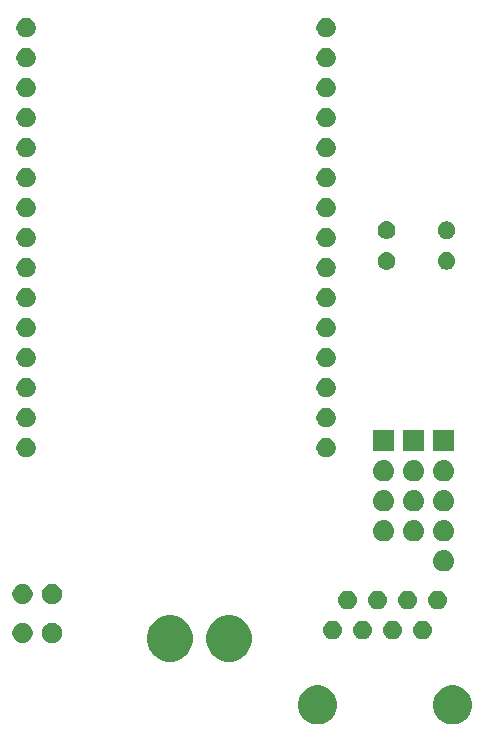
<source format=gbr>
G04 #@! TF.GenerationSoftware,KiCad,Pcbnew,5.0.2-bee76a0~70~ubuntu18.04.1*
G04 #@! TF.CreationDate,2019-09-06T11:31:54+02:00*
G04 #@! TF.ProjectId,respira_fiware,72657370-6972-4615-9f66-69776172652e,1.0*
G04 #@! TF.SameCoordinates,Original*
G04 #@! TF.FileFunction,Soldermask,Bot*
G04 #@! TF.FilePolarity,Negative*
%FSLAX46Y46*%
G04 Gerber Fmt 4.6, Leading zero omitted, Abs format (unit mm)*
G04 Created by KiCad (PCBNEW 5.0.2-bee76a0~70~ubuntu18.04.1) date vie 06 sep 2019 11:31:54 CEST*
%MOMM*%
%LPD*%
G01*
G04 APERTURE LIST*
%ADD10C,0.150000*%
G04 APERTURE END LIST*
D10*
G36*
X109095975Y-113414438D02*
X109396061Y-113538738D01*
X109666131Y-113719193D01*
X109895807Y-113948869D01*
X110076262Y-114218939D01*
X110200562Y-114519025D01*
X110263930Y-114837595D01*
X110263930Y-115162405D01*
X110200562Y-115480975D01*
X110076262Y-115781061D01*
X109895807Y-116051131D01*
X109666131Y-116280807D01*
X109396061Y-116461262D01*
X109095975Y-116585562D01*
X108777405Y-116648930D01*
X108452595Y-116648930D01*
X108134025Y-116585562D01*
X107833939Y-116461262D01*
X107563869Y-116280807D01*
X107334193Y-116051131D01*
X107153738Y-115781061D01*
X107029438Y-115480975D01*
X106966070Y-115162405D01*
X106966070Y-114837595D01*
X107029438Y-114519025D01*
X107153738Y-114218939D01*
X107334193Y-113948869D01*
X107563869Y-113719193D01*
X107833939Y-113538738D01*
X108134025Y-113414438D01*
X108452595Y-113351070D01*
X108777405Y-113351070D01*
X109095975Y-113414438D01*
X109095975Y-113414438D01*
G37*
G36*
X97665975Y-113414438D02*
X97966061Y-113538738D01*
X98236131Y-113719193D01*
X98465807Y-113948869D01*
X98646262Y-114218939D01*
X98770562Y-114519025D01*
X98833930Y-114837595D01*
X98833930Y-115162405D01*
X98770562Y-115480975D01*
X98646262Y-115781061D01*
X98465807Y-116051131D01*
X98236131Y-116280807D01*
X97966061Y-116461262D01*
X97665975Y-116585562D01*
X97347405Y-116648930D01*
X97022595Y-116648930D01*
X96704025Y-116585562D01*
X96403939Y-116461262D01*
X96133869Y-116280807D01*
X95904193Y-116051131D01*
X95723738Y-115781061D01*
X95599438Y-115480975D01*
X95536070Y-115162405D01*
X95536070Y-114837595D01*
X95599438Y-114519025D01*
X95723738Y-114218939D01*
X95904193Y-113948869D01*
X96133869Y-113719193D01*
X96403939Y-113538738D01*
X96704025Y-113414438D01*
X97022595Y-113351070D01*
X97347405Y-113351070D01*
X97665975Y-113414438D01*
X97665975Y-113414438D01*
G37*
G36*
X90254372Y-107494730D02*
X90610160Y-107642102D01*
X90930360Y-107856053D01*
X91202667Y-108128360D01*
X91416618Y-108448560D01*
X91563990Y-108804348D01*
X91639120Y-109182049D01*
X91639120Y-109567151D01*
X91563990Y-109944852D01*
X91416618Y-110300640D01*
X91202667Y-110620840D01*
X90930360Y-110893147D01*
X90610160Y-111107098D01*
X90254372Y-111254470D01*
X89876671Y-111329600D01*
X89491569Y-111329600D01*
X89113868Y-111254470D01*
X88758080Y-111107098D01*
X88437880Y-110893147D01*
X88165573Y-110620840D01*
X87951622Y-110300640D01*
X87804250Y-109944852D01*
X87729120Y-109567151D01*
X87729120Y-109182049D01*
X87804250Y-108804348D01*
X87951622Y-108448560D01*
X88165573Y-108128360D01*
X88437880Y-107856053D01*
X88758080Y-107642102D01*
X89113868Y-107494730D01*
X89491569Y-107419600D01*
X89876671Y-107419600D01*
X90254372Y-107494730D01*
X90254372Y-107494730D01*
G37*
G36*
X85253112Y-107494730D02*
X85608900Y-107642102D01*
X85929100Y-107856053D01*
X86201407Y-108128360D01*
X86415358Y-108448560D01*
X86562730Y-108804348D01*
X86637860Y-109182049D01*
X86637860Y-109567151D01*
X86562730Y-109944852D01*
X86415358Y-110300640D01*
X86201407Y-110620840D01*
X85929100Y-110893147D01*
X85608900Y-111107098D01*
X85253112Y-111254470D01*
X84875411Y-111329600D01*
X84490309Y-111329600D01*
X84112608Y-111254470D01*
X83756820Y-111107098D01*
X83436620Y-110893147D01*
X83164313Y-110620840D01*
X82950362Y-110300640D01*
X82802990Y-109944852D01*
X82727860Y-109567151D01*
X82727860Y-109182049D01*
X82802990Y-108804348D01*
X82950362Y-108448560D01*
X83164313Y-108128360D01*
X83436620Y-107856053D01*
X83756820Y-107642102D01*
X84112608Y-107494730D01*
X84490309Y-107419600D01*
X84875411Y-107419600D01*
X85253112Y-107494730D01*
X85253112Y-107494730D01*
G37*
G36*
X72447936Y-108082665D02*
X72602626Y-108146740D01*
X72741844Y-108239762D01*
X72860238Y-108358156D01*
X72953260Y-108497374D01*
X73017335Y-108652064D01*
X73050000Y-108816282D01*
X73050000Y-108983718D01*
X73017335Y-109147936D01*
X72953260Y-109302626D01*
X72860238Y-109441844D01*
X72741844Y-109560238D01*
X72602626Y-109653260D01*
X72447936Y-109717335D01*
X72283718Y-109750000D01*
X72116282Y-109750000D01*
X71952064Y-109717335D01*
X71797374Y-109653260D01*
X71658156Y-109560238D01*
X71539762Y-109441844D01*
X71446740Y-109302626D01*
X71382665Y-109147936D01*
X71350000Y-108983718D01*
X71350000Y-108816282D01*
X71382665Y-108652064D01*
X71446740Y-108497374D01*
X71539762Y-108358156D01*
X71658156Y-108239762D01*
X71797374Y-108146740D01*
X71952064Y-108082665D01*
X72116282Y-108050000D01*
X72283718Y-108050000D01*
X72447936Y-108082665D01*
X72447936Y-108082665D01*
G37*
G36*
X74947936Y-108082665D02*
X75102626Y-108146740D01*
X75241844Y-108239762D01*
X75360238Y-108358156D01*
X75453260Y-108497374D01*
X75517335Y-108652064D01*
X75550000Y-108816282D01*
X75550000Y-108983718D01*
X75517335Y-109147936D01*
X75453260Y-109302626D01*
X75360238Y-109441844D01*
X75241844Y-109560238D01*
X75102626Y-109653260D01*
X74947936Y-109717335D01*
X74783718Y-109750000D01*
X74616282Y-109750000D01*
X74452064Y-109717335D01*
X74297374Y-109653260D01*
X74158156Y-109560238D01*
X74039762Y-109441844D01*
X73946740Y-109302626D01*
X73882665Y-109147936D01*
X73850000Y-108983718D01*
X73850000Y-108816282D01*
X73882665Y-108652064D01*
X73946740Y-108497374D01*
X74039762Y-108358156D01*
X74158156Y-108239762D01*
X74297374Y-108146740D01*
X74452064Y-108082665D01*
X74616282Y-108050000D01*
X74783718Y-108050000D01*
X74947936Y-108082665D01*
X74947936Y-108082665D01*
G37*
G36*
X103691441Y-107863517D02*
X103841870Y-107909149D01*
X103980507Y-107983252D01*
X104102023Y-108082977D01*
X104201748Y-108204493D01*
X104275851Y-108343130D01*
X104321483Y-108493559D01*
X104336891Y-108650000D01*
X104321483Y-108806441D01*
X104275851Y-108956870D01*
X104201748Y-109095507D01*
X104102023Y-109217023D01*
X103980507Y-109316748D01*
X103841870Y-109390851D01*
X103691441Y-109436483D01*
X103574202Y-109448030D01*
X103495798Y-109448030D01*
X103378559Y-109436483D01*
X103228130Y-109390851D01*
X103089493Y-109316748D01*
X102967977Y-109217023D01*
X102868252Y-109095507D01*
X102794149Y-108956870D01*
X102748517Y-108806441D01*
X102733109Y-108650000D01*
X102748517Y-108493559D01*
X102794149Y-108343130D01*
X102868252Y-108204493D01*
X102967977Y-108082977D01*
X103089493Y-107983252D01*
X103228130Y-107909149D01*
X103378559Y-107863517D01*
X103495798Y-107851970D01*
X103574202Y-107851970D01*
X103691441Y-107863517D01*
X103691441Y-107863517D01*
G37*
G36*
X98611441Y-107863517D02*
X98761870Y-107909149D01*
X98900507Y-107983252D01*
X99022023Y-108082977D01*
X99121748Y-108204493D01*
X99195851Y-108343130D01*
X99241483Y-108493559D01*
X99256891Y-108650000D01*
X99241483Y-108806441D01*
X99195851Y-108956870D01*
X99121748Y-109095507D01*
X99022023Y-109217023D01*
X98900507Y-109316748D01*
X98761870Y-109390851D01*
X98611441Y-109436483D01*
X98494202Y-109448030D01*
X98415798Y-109448030D01*
X98298559Y-109436483D01*
X98148130Y-109390851D01*
X98009493Y-109316748D01*
X97887977Y-109217023D01*
X97788252Y-109095507D01*
X97714149Y-108956870D01*
X97668517Y-108806441D01*
X97653109Y-108650000D01*
X97668517Y-108493559D01*
X97714149Y-108343130D01*
X97788252Y-108204493D01*
X97887977Y-108082977D01*
X98009493Y-107983252D01*
X98148130Y-107909149D01*
X98298559Y-107863517D01*
X98415798Y-107851970D01*
X98494202Y-107851970D01*
X98611441Y-107863517D01*
X98611441Y-107863517D01*
G37*
G36*
X101151441Y-107863517D02*
X101301870Y-107909149D01*
X101440507Y-107983252D01*
X101562023Y-108082977D01*
X101661748Y-108204493D01*
X101735851Y-108343130D01*
X101781483Y-108493559D01*
X101796891Y-108650000D01*
X101781483Y-108806441D01*
X101735851Y-108956870D01*
X101661748Y-109095507D01*
X101562023Y-109217023D01*
X101440507Y-109316748D01*
X101301870Y-109390851D01*
X101151441Y-109436483D01*
X101034202Y-109448030D01*
X100955798Y-109448030D01*
X100838559Y-109436483D01*
X100688130Y-109390851D01*
X100549493Y-109316748D01*
X100427977Y-109217023D01*
X100328252Y-109095507D01*
X100254149Y-108956870D01*
X100208517Y-108806441D01*
X100193109Y-108650000D01*
X100208517Y-108493559D01*
X100254149Y-108343130D01*
X100328252Y-108204493D01*
X100427977Y-108082977D01*
X100549493Y-107983252D01*
X100688130Y-107909149D01*
X100838559Y-107863517D01*
X100955798Y-107851970D01*
X101034202Y-107851970D01*
X101151441Y-107863517D01*
X101151441Y-107863517D01*
G37*
G36*
X106231441Y-107863517D02*
X106381870Y-107909149D01*
X106520507Y-107983252D01*
X106642023Y-108082977D01*
X106741748Y-108204493D01*
X106815851Y-108343130D01*
X106861483Y-108493559D01*
X106876891Y-108650000D01*
X106861483Y-108806441D01*
X106815851Y-108956870D01*
X106741748Y-109095507D01*
X106642023Y-109217023D01*
X106520507Y-109316748D01*
X106381870Y-109390851D01*
X106231441Y-109436483D01*
X106114202Y-109448030D01*
X106035798Y-109448030D01*
X105918559Y-109436483D01*
X105768130Y-109390851D01*
X105629493Y-109316748D01*
X105507977Y-109217023D01*
X105408252Y-109095507D01*
X105334149Y-108956870D01*
X105288517Y-108806441D01*
X105273109Y-108650000D01*
X105288517Y-108493559D01*
X105334149Y-108343130D01*
X105408252Y-108204493D01*
X105507977Y-108082977D01*
X105629493Y-107983252D01*
X105768130Y-107909149D01*
X105918559Y-107863517D01*
X106035798Y-107851970D01*
X106114202Y-107851970D01*
X106231441Y-107863517D01*
X106231441Y-107863517D01*
G37*
G36*
X99881441Y-105323517D02*
X100031870Y-105369149D01*
X100170507Y-105443252D01*
X100292023Y-105542977D01*
X100391748Y-105664493D01*
X100465851Y-105803130D01*
X100511483Y-105953559D01*
X100526891Y-106110000D01*
X100511483Y-106266441D01*
X100465851Y-106416870D01*
X100391748Y-106555507D01*
X100292023Y-106677023D01*
X100170507Y-106776748D01*
X100031870Y-106850851D01*
X99881441Y-106896483D01*
X99764202Y-106908030D01*
X99685798Y-106908030D01*
X99568559Y-106896483D01*
X99418130Y-106850851D01*
X99279493Y-106776748D01*
X99157977Y-106677023D01*
X99058252Y-106555507D01*
X98984149Y-106416870D01*
X98938517Y-106266441D01*
X98923109Y-106110000D01*
X98938517Y-105953559D01*
X98984149Y-105803130D01*
X99058252Y-105664493D01*
X99157977Y-105542977D01*
X99279493Y-105443252D01*
X99418130Y-105369149D01*
X99568559Y-105323517D01*
X99685798Y-105311970D01*
X99764202Y-105311970D01*
X99881441Y-105323517D01*
X99881441Y-105323517D01*
G37*
G36*
X107501441Y-105323517D02*
X107651870Y-105369149D01*
X107790507Y-105443252D01*
X107912023Y-105542977D01*
X108011748Y-105664493D01*
X108085851Y-105803130D01*
X108131483Y-105953559D01*
X108146891Y-106110000D01*
X108131483Y-106266441D01*
X108085851Y-106416870D01*
X108011748Y-106555507D01*
X107912023Y-106677023D01*
X107790507Y-106776748D01*
X107651870Y-106850851D01*
X107501441Y-106896483D01*
X107384202Y-106908030D01*
X107305798Y-106908030D01*
X107188559Y-106896483D01*
X107038130Y-106850851D01*
X106899493Y-106776748D01*
X106777977Y-106677023D01*
X106678252Y-106555507D01*
X106604149Y-106416870D01*
X106558517Y-106266441D01*
X106543109Y-106110000D01*
X106558517Y-105953559D01*
X106604149Y-105803130D01*
X106678252Y-105664493D01*
X106777977Y-105542977D01*
X106899493Y-105443252D01*
X107038130Y-105369149D01*
X107188559Y-105323517D01*
X107305798Y-105311970D01*
X107384202Y-105311970D01*
X107501441Y-105323517D01*
X107501441Y-105323517D01*
G37*
G36*
X104961441Y-105323517D02*
X105111870Y-105369149D01*
X105250507Y-105443252D01*
X105372023Y-105542977D01*
X105471748Y-105664493D01*
X105545851Y-105803130D01*
X105591483Y-105953559D01*
X105606891Y-106110000D01*
X105591483Y-106266441D01*
X105545851Y-106416870D01*
X105471748Y-106555507D01*
X105372023Y-106677023D01*
X105250507Y-106776748D01*
X105111870Y-106850851D01*
X104961441Y-106896483D01*
X104844202Y-106908030D01*
X104765798Y-106908030D01*
X104648559Y-106896483D01*
X104498130Y-106850851D01*
X104359493Y-106776748D01*
X104237977Y-106677023D01*
X104138252Y-106555507D01*
X104064149Y-106416870D01*
X104018517Y-106266441D01*
X104003109Y-106110000D01*
X104018517Y-105953559D01*
X104064149Y-105803130D01*
X104138252Y-105664493D01*
X104237977Y-105542977D01*
X104359493Y-105443252D01*
X104498130Y-105369149D01*
X104648559Y-105323517D01*
X104765798Y-105311970D01*
X104844202Y-105311970D01*
X104961441Y-105323517D01*
X104961441Y-105323517D01*
G37*
G36*
X102421441Y-105323517D02*
X102571870Y-105369149D01*
X102710507Y-105443252D01*
X102832023Y-105542977D01*
X102931748Y-105664493D01*
X103005851Y-105803130D01*
X103051483Y-105953559D01*
X103066891Y-106110000D01*
X103051483Y-106266441D01*
X103005851Y-106416870D01*
X102931748Y-106555507D01*
X102832023Y-106677023D01*
X102710507Y-106776748D01*
X102571870Y-106850851D01*
X102421441Y-106896483D01*
X102304202Y-106908030D01*
X102225798Y-106908030D01*
X102108559Y-106896483D01*
X101958130Y-106850851D01*
X101819493Y-106776748D01*
X101697977Y-106677023D01*
X101598252Y-106555507D01*
X101524149Y-106416870D01*
X101478517Y-106266441D01*
X101463109Y-106110000D01*
X101478517Y-105953559D01*
X101524149Y-105803130D01*
X101598252Y-105664493D01*
X101697977Y-105542977D01*
X101819493Y-105443252D01*
X101958130Y-105369149D01*
X102108559Y-105323517D01*
X102225798Y-105311970D01*
X102304202Y-105311970D01*
X102421441Y-105323517D01*
X102421441Y-105323517D01*
G37*
G36*
X72447936Y-104782665D02*
X72602626Y-104846740D01*
X72741844Y-104939762D01*
X72860238Y-105058156D01*
X72953260Y-105197374D01*
X73017335Y-105352064D01*
X73050000Y-105516282D01*
X73050000Y-105683718D01*
X73017335Y-105847936D01*
X72953260Y-106002626D01*
X72860238Y-106141844D01*
X72741844Y-106260238D01*
X72602626Y-106353260D01*
X72447936Y-106417335D01*
X72283718Y-106450000D01*
X72116282Y-106450000D01*
X71952064Y-106417335D01*
X71797374Y-106353260D01*
X71658156Y-106260238D01*
X71539762Y-106141844D01*
X71446740Y-106002626D01*
X71382665Y-105847936D01*
X71350000Y-105683718D01*
X71350000Y-105516282D01*
X71382665Y-105352064D01*
X71446740Y-105197374D01*
X71539762Y-105058156D01*
X71658156Y-104939762D01*
X71797374Y-104846740D01*
X71952064Y-104782665D01*
X72116282Y-104750000D01*
X72283718Y-104750000D01*
X72447936Y-104782665D01*
X72447936Y-104782665D01*
G37*
G36*
X74947936Y-104782665D02*
X75102626Y-104846740D01*
X75241844Y-104939762D01*
X75360238Y-105058156D01*
X75453260Y-105197374D01*
X75517335Y-105352064D01*
X75550000Y-105516282D01*
X75550000Y-105683718D01*
X75517335Y-105847936D01*
X75453260Y-106002626D01*
X75360238Y-106141844D01*
X75241844Y-106260238D01*
X75102626Y-106353260D01*
X74947936Y-106417335D01*
X74783718Y-106450000D01*
X74616282Y-106450000D01*
X74452064Y-106417335D01*
X74297374Y-106353260D01*
X74158156Y-106260238D01*
X74039762Y-106141844D01*
X73946740Y-106002626D01*
X73882665Y-105847936D01*
X73850000Y-105683718D01*
X73850000Y-105516282D01*
X73882665Y-105352064D01*
X73946740Y-105197374D01*
X74039762Y-105058156D01*
X74158156Y-104939762D01*
X74297374Y-104846740D01*
X74452064Y-104782665D01*
X74616282Y-104750000D01*
X74783718Y-104750000D01*
X74947936Y-104782665D01*
X74947936Y-104782665D01*
G37*
G36*
X108032679Y-101905471D02*
X108202329Y-101956934D01*
X108202332Y-101956935D01*
X108290601Y-102004116D01*
X108358680Y-102040505D01*
X108358682Y-102040506D01*
X108358681Y-102040506D01*
X108495723Y-102152973D01*
X108608190Y-102290015D01*
X108691761Y-102446364D01*
X108691762Y-102446367D01*
X108743225Y-102616017D01*
X108760602Y-102792448D01*
X108743225Y-102968879D01*
X108691762Y-103138529D01*
X108691761Y-103138532D01*
X108644580Y-103226801D01*
X108608191Y-103294880D01*
X108495723Y-103431923D01*
X108358680Y-103544391D01*
X108290601Y-103580780D01*
X108202332Y-103627961D01*
X108202329Y-103627962D01*
X108032679Y-103679425D01*
X107900455Y-103692448D01*
X107812041Y-103692448D01*
X107679817Y-103679425D01*
X107510167Y-103627962D01*
X107510164Y-103627961D01*
X107421895Y-103580780D01*
X107353816Y-103544391D01*
X107216773Y-103431923D01*
X107104305Y-103294880D01*
X107067916Y-103226801D01*
X107020735Y-103138532D01*
X107020734Y-103138529D01*
X106969271Y-102968879D01*
X106951894Y-102792448D01*
X106969271Y-102616017D01*
X107020734Y-102446367D01*
X107020735Y-102446364D01*
X107104306Y-102290015D01*
X107216773Y-102152973D01*
X107353815Y-102040506D01*
X107353814Y-102040506D01*
X107353816Y-102040505D01*
X107421895Y-102004116D01*
X107510164Y-101956935D01*
X107510167Y-101956934D01*
X107679817Y-101905471D01*
X107812041Y-101892448D01*
X107900455Y-101892448D01*
X108032679Y-101905471D01*
X108032679Y-101905471D01*
G37*
G36*
X108032679Y-99365471D02*
X108202329Y-99416934D01*
X108202332Y-99416935D01*
X108290601Y-99464116D01*
X108358680Y-99500505D01*
X108358682Y-99500506D01*
X108358681Y-99500506D01*
X108495723Y-99612973D01*
X108608190Y-99750015D01*
X108691761Y-99906364D01*
X108691762Y-99906367D01*
X108743225Y-100076017D01*
X108760602Y-100252448D01*
X108743225Y-100428879D01*
X108691762Y-100598529D01*
X108691761Y-100598532D01*
X108644580Y-100686801D01*
X108608191Y-100754880D01*
X108495723Y-100891923D01*
X108358680Y-101004391D01*
X108290601Y-101040780D01*
X108202332Y-101087961D01*
X108202329Y-101087962D01*
X108032679Y-101139425D01*
X107900455Y-101152448D01*
X107812041Y-101152448D01*
X107679817Y-101139425D01*
X107510167Y-101087962D01*
X107510164Y-101087961D01*
X107421895Y-101040780D01*
X107353816Y-101004391D01*
X107216773Y-100891923D01*
X107104305Y-100754880D01*
X107067916Y-100686801D01*
X107020735Y-100598532D01*
X107020734Y-100598529D01*
X106969271Y-100428879D01*
X106951894Y-100252448D01*
X106969271Y-100076017D01*
X107020734Y-99906367D01*
X107020735Y-99906364D01*
X107104306Y-99750015D01*
X107216773Y-99612973D01*
X107353815Y-99500506D01*
X107353814Y-99500506D01*
X107353816Y-99500505D01*
X107421895Y-99464116D01*
X107510164Y-99416935D01*
X107510167Y-99416934D01*
X107679817Y-99365471D01*
X107812041Y-99352448D01*
X107900455Y-99352448D01*
X108032679Y-99365471D01*
X108032679Y-99365471D01*
G37*
G36*
X102952679Y-99365471D02*
X103122329Y-99416934D01*
X103122332Y-99416935D01*
X103210601Y-99464116D01*
X103278680Y-99500505D01*
X103278682Y-99500506D01*
X103278681Y-99500506D01*
X103415723Y-99612973D01*
X103528190Y-99750015D01*
X103611761Y-99906364D01*
X103611762Y-99906367D01*
X103663225Y-100076017D01*
X103680602Y-100252448D01*
X103663225Y-100428879D01*
X103611762Y-100598529D01*
X103611761Y-100598532D01*
X103564580Y-100686801D01*
X103528191Y-100754880D01*
X103415723Y-100891923D01*
X103278680Y-101004391D01*
X103210601Y-101040780D01*
X103122332Y-101087961D01*
X103122329Y-101087962D01*
X102952679Y-101139425D01*
X102820455Y-101152448D01*
X102732041Y-101152448D01*
X102599817Y-101139425D01*
X102430167Y-101087962D01*
X102430164Y-101087961D01*
X102341895Y-101040780D01*
X102273816Y-101004391D01*
X102136773Y-100891923D01*
X102024305Y-100754880D01*
X101987916Y-100686801D01*
X101940735Y-100598532D01*
X101940734Y-100598529D01*
X101889271Y-100428879D01*
X101871894Y-100252448D01*
X101889271Y-100076017D01*
X101940734Y-99906367D01*
X101940735Y-99906364D01*
X102024306Y-99750015D01*
X102136773Y-99612973D01*
X102273815Y-99500506D01*
X102273814Y-99500506D01*
X102273816Y-99500505D01*
X102341895Y-99464116D01*
X102430164Y-99416935D01*
X102430167Y-99416934D01*
X102599817Y-99365471D01*
X102732041Y-99352448D01*
X102820455Y-99352448D01*
X102952679Y-99365471D01*
X102952679Y-99365471D01*
G37*
G36*
X105492679Y-99365471D02*
X105662329Y-99416934D01*
X105662332Y-99416935D01*
X105750601Y-99464116D01*
X105818680Y-99500505D01*
X105818682Y-99500506D01*
X105818681Y-99500506D01*
X105955723Y-99612973D01*
X106068190Y-99750015D01*
X106151761Y-99906364D01*
X106151762Y-99906367D01*
X106203225Y-100076017D01*
X106220602Y-100252448D01*
X106203225Y-100428879D01*
X106151762Y-100598529D01*
X106151761Y-100598532D01*
X106104580Y-100686801D01*
X106068191Y-100754880D01*
X105955723Y-100891923D01*
X105818680Y-101004391D01*
X105750601Y-101040780D01*
X105662332Y-101087961D01*
X105662329Y-101087962D01*
X105492679Y-101139425D01*
X105360455Y-101152448D01*
X105272041Y-101152448D01*
X105139817Y-101139425D01*
X104970167Y-101087962D01*
X104970164Y-101087961D01*
X104881895Y-101040780D01*
X104813816Y-101004391D01*
X104676773Y-100891923D01*
X104564305Y-100754880D01*
X104527916Y-100686801D01*
X104480735Y-100598532D01*
X104480734Y-100598529D01*
X104429271Y-100428879D01*
X104411894Y-100252448D01*
X104429271Y-100076017D01*
X104480734Y-99906367D01*
X104480735Y-99906364D01*
X104564306Y-99750015D01*
X104676773Y-99612973D01*
X104813815Y-99500506D01*
X104813814Y-99500506D01*
X104813816Y-99500505D01*
X104881895Y-99464116D01*
X104970164Y-99416935D01*
X104970167Y-99416934D01*
X105139817Y-99365471D01*
X105272041Y-99352448D01*
X105360455Y-99352448D01*
X105492679Y-99365471D01*
X105492679Y-99365471D01*
G37*
G36*
X108032679Y-96825471D02*
X108202329Y-96876934D01*
X108202332Y-96876935D01*
X108290601Y-96924116D01*
X108358680Y-96960505D01*
X108358682Y-96960506D01*
X108358681Y-96960506D01*
X108495723Y-97072973D01*
X108608190Y-97210015D01*
X108691761Y-97366364D01*
X108691762Y-97366367D01*
X108743225Y-97536017D01*
X108760602Y-97712448D01*
X108743225Y-97888879D01*
X108691762Y-98058529D01*
X108691761Y-98058532D01*
X108644580Y-98146801D01*
X108608191Y-98214880D01*
X108495723Y-98351923D01*
X108358680Y-98464391D01*
X108290601Y-98500780D01*
X108202332Y-98547961D01*
X108202329Y-98547962D01*
X108032679Y-98599425D01*
X107900455Y-98612448D01*
X107812041Y-98612448D01*
X107679817Y-98599425D01*
X107510167Y-98547962D01*
X107510164Y-98547961D01*
X107421895Y-98500780D01*
X107353816Y-98464391D01*
X107216773Y-98351923D01*
X107104305Y-98214880D01*
X107067916Y-98146801D01*
X107020735Y-98058532D01*
X107020734Y-98058529D01*
X106969271Y-97888879D01*
X106951894Y-97712448D01*
X106969271Y-97536017D01*
X107020734Y-97366367D01*
X107020735Y-97366364D01*
X107104306Y-97210015D01*
X107216773Y-97072973D01*
X107353815Y-96960506D01*
X107353814Y-96960506D01*
X107353816Y-96960505D01*
X107421895Y-96924116D01*
X107510164Y-96876935D01*
X107510167Y-96876934D01*
X107679817Y-96825471D01*
X107812041Y-96812448D01*
X107900455Y-96812448D01*
X108032679Y-96825471D01*
X108032679Y-96825471D01*
G37*
G36*
X105492679Y-96825471D02*
X105662329Y-96876934D01*
X105662332Y-96876935D01*
X105750601Y-96924116D01*
X105818680Y-96960505D01*
X105818682Y-96960506D01*
X105818681Y-96960506D01*
X105955723Y-97072973D01*
X106068190Y-97210015D01*
X106151761Y-97366364D01*
X106151762Y-97366367D01*
X106203225Y-97536017D01*
X106220602Y-97712448D01*
X106203225Y-97888879D01*
X106151762Y-98058529D01*
X106151761Y-98058532D01*
X106104580Y-98146801D01*
X106068191Y-98214880D01*
X105955723Y-98351923D01*
X105818680Y-98464391D01*
X105750601Y-98500780D01*
X105662332Y-98547961D01*
X105662329Y-98547962D01*
X105492679Y-98599425D01*
X105360455Y-98612448D01*
X105272041Y-98612448D01*
X105139817Y-98599425D01*
X104970167Y-98547962D01*
X104970164Y-98547961D01*
X104881895Y-98500780D01*
X104813816Y-98464391D01*
X104676773Y-98351923D01*
X104564305Y-98214880D01*
X104527916Y-98146801D01*
X104480735Y-98058532D01*
X104480734Y-98058529D01*
X104429271Y-97888879D01*
X104411894Y-97712448D01*
X104429271Y-97536017D01*
X104480734Y-97366367D01*
X104480735Y-97366364D01*
X104564306Y-97210015D01*
X104676773Y-97072973D01*
X104813815Y-96960506D01*
X104813814Y-96960506D01*
X104813816Y-96960505D01*
X104881895Y-96924116D01*
X104970164Y-96876935D01*
X104970167Y-96876934D01*
X105139817Y-96825471D01*
X105272041Y-96812448D01*
X105360455Y-96812448D01*
X105492679Y-96825471D01*
X105492679Y-96825471D01*
G37*
G36*
X102952679Y-96825471D02*
X103122329Y-96876934D01*
X103122332Y-96876935D01*
X103210601Y-96924116D01*
X103278680Y-96960505D01*
X103278682Y-96960506D01*
X103278681Y-96960506D01*
X103415723Y-97072973D01*
X103528190Y-97210015D01*
X103611761Y-97366364D01*
X103611762Y-97366367D01*
X103663225Y-97536017D01*
X103680602Y-97712448D01*
X103663225Y-97888879D01*
X103611762Y-98058529D01*
X103611761Y-98058532D01*
X103564580Y-98146801D01*
X103528191Y-98214880D01*
X103415723Y-98351923D01*
X103278680Y-98464391D01*
X103210601Y-98500780D01*
X103122332Y-98547961D01*
X103122329Y-98547962D01*
X102952679Y-98599425D01*
X102820455Y-98612448D01*
X102732041Y-98612448D01*
X102599817Y-98599425D01*
X102430167Y-98547962D01*
X102430164Y-98547961D01*
X102341895Y-98500780D01*
X102273816Y-98464391D01*
X102136773Y-98351923D01*
X102024305Y-98214880D01*
X101987916Y-98146801D01*
X101940735Y-98058532D01*
X101940734Y-98058529D01*
X101889271Y-97888879D01*
X101871894Y-97712448D01*
X101889271Y-97536017D01*
X101940734Y-97366367D01*
X101940735Y-97366364D01*
X102024306Y-97210015D01*
X102136773Y-97072973D01*
X102273815Y-96960506D01*
X102273814Y-96960506D01*
X102273816Y-96960505D01*
X102341895Y-96924116D01*
X102430164Y-96876935D01*
X102430167Y-96876934D01*
X102599817Y-96825471D01*
X102732041Y-96812448D01*
X102820455Y-96812448D01*
X102952679Y-96825471D01*
X102952679Y-96825471D01*
G37*
G36*
X108032679Y-94285471D02*
X108202329Y-94336934D01*
X108202332Y-94336935D01*
X108290601Y-94384116D01*
X108358680Y-94420505D01*
X108358682Y-94420506D01*
X108358681Y-94420506D01*
X108495723Y-94532973D01*
X108608190Y-94670015D01*
X108691761Y-94826364D01*
X108691762Y-94826367D01*
X108743225Y-94996017D01*
X108760602Y-95172448D01*
X108743225Y-95348879D01*
X108691762Y-95518529D01*
X108691761Y-95518532D01*
X108644580Y-95606801D01*
X108608191Y-95674880D01*
X108495723Y-95811923D01*
X108358680Y-95924391D01*
X108290601Y-95960780D01*
X108202332Y-96007961D01*
X108202329Y-96007962D01*
X108032679Y-96059425D01*
X107900455Y-96072448D01*
X107812041Y-96072448D01*
X107679817Y-96059425D01*
X107510167Y-96007962D01*
X107510164Y-96007961D01*
X107421895Y-95960780D01*
X107353816Y-95924391D01*
X107216773Y-95811923D01*
X107104305Y-95674880D01*
X107067916Y-95606801D01*
X107020735Y-95518532D01*
X107020734Y-95518529D01*
X106969271Y-95348879D01*
X106951894Y-95172448D01*
X106969271Y-94996017D01*
X107020734Y-94826367D01*
X107020735Y-94826364D01*
X107104306Y-94670015D01*
X107216773Y-94532973D01*
X107353815Y-94420506D01*
X107353814Y-94420506D01*
X107353816Y-94420505D01*
X107421895Y-94384116D01*
X107510164Y-94336935D01*
X107510167Y-94336934D01*
X107679817Y-94285471D01*
X107812041Y-94272448D01*
X107900455Y-94272448D01*
X108032679Y-94285471D01*
X108032679Y-94285471D01*
G37*
G36*
X105492679Y-94285471D02*
X105662329Y-94336934D01*
X105662332Y-94336935D01*
X105750601Y-94384116D01*
X105818680Y-94420505D01*
X105818682Y-94420506D01*
X105818681Y-94420506D01*
X105955723Y-94532973D01*
X106068190Y-94670015D01*
X106151761Y-94826364D01*
X106151762Y-94826367D01*
X106203225Y-94996017D01*
X106220602Y-95172448D01*
X106203225Y-95348879D01*
X106151762Y-95518529D01*
X106151761Y-95518532D01*
X106104580Y-95606801D01*
X106068191Y-95674880D01*
X105955723Y-95811923D01*
X105818680Y-95924391D01*
X105750601Y-95960780D01*
X105662332Y-96007961D01*
X105662329Y-96007962D01*
X105492679Y-96059425D01*
X105360455Y-96072448D01*
X105272041Y-96072448D01*
X105139817Y-96059425D01*
X104970167Y-96007962D01*
X104970164Y-96007961D01*
X104881895Y-95960780D01*
X104813816Y-95924391D01*
X104676773Y-95811923D01*
X104564305Y-95674880D01*
X104527916Y-95606801D01*
X104480735Y-95518532D01*
X104480734Y-95518529D01*
X104429271Y-95348879D01*
X104411894Y-95172448D01*
X104429271Y-94996017D01*
X104480734Y-94826367D01*
X104480735Y-94826364D01*
X104564306Y-94670015D01*
X104676773Y-94532973D01*
X104813815Y-94420506D01*
X104813814Y-94420506D01*
X104813816Y-94420505D01*
X104881895Y-94384116D01*
X104970164Y-94336935D01*
X104970167Y-94336934D01*
X105139817Y-94285471D01*
X105272041Y-94272448D01*
X105360455Y-94272448D01*
X105492679Y-94285471D01*
X105492679Y-94285471D01*
G37*
G36*
X102952679Y-94285471D02*
X103122329Y-94336934D01*
X103122332Y-94336935D01*
X103210601Y-94384116D01*
X103278680Y-94420505D01*
X103278682Y-94420506D01*
X103278681Y-94420506D01*
X103415723Y-94532973D01*
X103528190Y-94670015D01*
X103611761Y-94826364D01*
X103611762Y-94826367D01*
X103663225Y-94996017D01*
X103680602Y-95172448D01*
X103663225Y-95348879D01*
X103611762Y-95518529D01*
X103611761Y-95518532D01*
X103564580Y-95606801D01*
X103528191Y-95674880D01*
X103415723Y-95811923D01*
X103278680Y-95924391D01*
X103210601Y-95960780D01*
X103122332Y-96007961D01*
X103122329Y-96007962D01*
X102952679Y-96059425D01*
X102820455Y-96072448D01*
X102732041Y-96072448D01*
X102599817Y-96059425D01*
X102430167Y-96007962D01*
X102430164Y-96007961D01*
X102341895Y-95960780D01*
X102273816Y-95924391D01*
X102136773Y-95811923D01*
X102024305Y-95674880D01*
X101987916Y-95606801D01*
X101940735Y-95518532D01*
X101940734Y-95518529D01*
X101889271Y-95348879D01*
X101871894Y-95172448D01*
X101889271Y-94996017D01*
X101940734Y-94826367D01*
X101940735Y-94826364D01*
X102024306Y-94670015D01*
X102136773Y-94532973D01*
X102273815Y-94420506D01*
X102273814Y-94420506D01*
X102273816Y-94420505D01*
X102341895Y-94384116D01*
X102430164Y-94336935D01*
X102430167Y-94336934D01*
X102599817Y-94285471D01*
X102732041Y-94272448D01*
X102820455Y-94272448D01*
X102952679Y-94285471D01*
X102952679Y-94285471D01*
G37*
G36*
X98084560Y-92418803D02*
X98136853Y-92429205D01*
X98284626Y-92490414D01*
X98341549Y-92528449D01*
X98417620Y-92579278D01*
X98530722Y-92692380D01*
X98581551Y-92768451D01*
X98619586Y-92825374D01*
X98680795Y-92973147D01*
X98712000Y-93130027D01*
X98712000Y-93289973D01*
X98680795Y-93446853D01*
X98619586Y-93594626D01*
X98581551Y-93651549D01*
X98530722Y-93727620D01*
X98417620Y-93840722D01*
X98341549Y-93891551D01*
X98284626Y-93929586D01*
X98136853Y-93990795D01*
X98084560Y-94001197D01*
X97979975Y-94022000D01*
X97820025Y-94022000D01*
X97715440Y-94001197D01*
X97663147Y-93990795D01*
X97515374Y-93929586D01*
X97458451Y-93891551D01*
X97382380Y-93840722D01*
X97269278Y-93727620D01*
X97218449Y-93651549D01*
X97180414Y-93594626D01*
X97119205Y-93446853D01*
X97088000Y-93289973D01*
X97088000Y-93130027D01*
X97119205Y-92973147D01*
X97180414Y-92825374D01*
X97218449Y-92768451D01*
X97269278Y-92692380D01*
X97382380Y-92579278D01*
X97458451Y-92528449D01*
X97515374Y-92490414D01*
X97663147Y-92429205D01*
X97715440Y-92418803D01*
X97820025Y-92398000D01*
X97979975Y-92398000D01*
X98084560Y-92418803D01*
X98084560Y-92418803D01*
G37*
G36*
X72684560Y-92418803D02*
X72736853Y-92429205D01*
X72884626Y-92490414D01*
X72941549Y-92528449D01*
X73017620Y-92579278D01*
X73130722Y-92692380D01*
X73181551Y-92768451D01*
X73219586Y-92825374D01*
X73280795Y-92973147D01*
X73312000Y-93130027D01*
X73312000Y-93289973D01*
X73280795Y-93446853D01*
X73219586Y-93594626D01*
X73181551Y-93651549D01*
X73130722Y-93727620D01*
X73017620Y-93840722D01*
X72941549Y-93891551D01*
X72884626Y-93929586D01*
X72736853Y-93990795D01*
X72684560Y-94001197D01*
X72579975Y-94022000D01*
X72420025Y-94022000D01*
X72315440Y-94001197D01*
X72263147Y-93990795D01*
X72115374Y-93929586D01*
X72058451Y-93891551D01*
X71982380Y-93840722D01*
X71869278Y-93727620D01*
X71818449Y-93651549D01*
X71780414Y-93594626D01*
X71719205Y-93446853D01*
X71688000Y-93289973D01*
X71688000Y-93130027D01*
X71719205Y-92973147D01*
X71780414Y-92825374D01*
X71818449Y-92768451D01*
X71869278Y-92692380D01*
X71982380Y-92579278D01*
X72058451Y-92528449D01*
X72115374Y-92490414D01*
X72263147Y-92429205D01*
X72315440Y-92418803D01*
X72420025Y-92398000D01*
X72579975Y-92398000D01*
X72684560Y-92418803D01*
X72684560Y-92418803D01*
G37*
G36*
X106216248Y-93532448D02*
X104416248Y-93532448D01*
X104416248Y-91732448D01*
X106216248Y-91732448D01*
X106216248Y-93532448D01*
X106216248Y-93532448D01*
G37*
G36*
X103676248Y-93532448D02*
X101876248Y-93532448D01*
X101876248Y-91732448D01*
X103676248Y-91732448D01*
X103676248Y-93532448D01*
X103676248Y-93532448D01*
G37*
G36*
X108756248Y-93532448D02*
X106956248Y-93532448D01*
X106956248Y-91732448D01*
X108756248Y-91732448D01*
X108756248Y-93532448D01*
X108756248Y-93532448D01*
G37*
G36*
X98084560Y-89878803D02*
X98136853Y-89889205D01*
X98284626Y-89950414D01*
X98341549Y-89988449D01*
X98417620Y-90039278D01*
X98530722Y-90152380D01*
X98581551Y-90228451D01*
X98619586Y-90285374D01*
X98680795Y-90433147D01*
X98712000Y-90590027D01*
X98712000Y-90749973D01*
X98680795Y-90906853D01*
X98619586Y-91054626D01*
X98581551Y-91111549D01*
X98530722Y-91187620D01*
X98417620Y-91300722D01*
X98341549Y-91351551D01*
X98284626Y-91389586D01*
X98136853Y-91450795D01*
X98084560Y-91461197D01*
X97979975Y-91482000D01*
X97820025Y-91482000D01*
X97715440Y-91461197D01*
X97663147Y-91450795D01*
X97515374Y-91389586D01*
X97458451Y-91351551D01*
X97382380Y-91300722D01*
X97269278Y-91187620D01*
X97218449Y-91111549D01*
X97180414Y-91054626D01*
X97119205Y-90906853D01*
X97088000Y-90749973D01*
X97088000Y-90590027D01*
X97119205Y-90433147D01*
X97180414Y-90285374D01*
X97218449Y-90228451D01*
X97269278Y-90152380D01*
X97382380Y-90039278D01*
X97458451Y-89988449D01*
X97515374Y-89950414D01*
X97663147Y-89889205D01*
X97715440Y-89878803D01*
X97820025Y-89858000D01*
X97979975Y-89858000D01*
X98084560Y-89878803D01*
X98084560Y-89878803D01*
G37*
G36*
X72684560Y-89878803D02*
X72736853Y-89889205D01*
X72884626Y-89950414D01*
X72941549Y-89988449D01*
X73017620Y-90039278D01*
X73130722Y-90152380D01*
X73181551Y-90228451D01*
X73219586Y-90285374D01*
X73280795Y-90433147D01*
X73312000Y-90590027D01*
X73312000Y-90749973D01*
X73280795Y-90906853D01*
X73219586Y-91054626D01*
X73181551Y-91111549D01*
X73130722Y-91187620D01*
X73017620Y-91300722D01*
X72941549Y-91351551D01*
X72884626Y-91389586D01*
X72736853Y-91450795D01*
X72684560Y-91461197D01*
X72579975Y-91482000D01*
X72420025Y-91482000D01*
X72315440Y-91461197D01*
X72263147Y-91450795D01*
X72115374Y-91389586D01*
X72058451Y-91351551D01*
X71982380Y-91300722D01*
X71869278Y-91187620D01*
X71818449Y-91111549D01*
X71780414Y-91054626D01*
X71719205Y-90906853D01*
X71688000Y-90749973D01*
X71688000Y-90590027D01*
X71719205Y-90433147D01*
X71780414Y-90285374D01*
X71818449Y-90228451D01*
X71869278Y-90152380D01*
X71982380Y-90039278D01*
X72058451Y-89988449D01*
X72115374Y-89950414D01*
X72263147Y-89889205D01*
X72315440Y-89878803D01*
X72420025Y-89858000D01*
X72579975Y-89858000D01*
X72684560Y-89878803D01*
X72684560Y-89878803D01*
G37*
G36*
X98084560Y-87338803D02*
X98136853Y-87349205D01*
X98284626Y-87410414D01*
X98341549Y-87448449D01*
X98417620Y-87499278D01*
X98530722Y-87612380D01*
X98581551Y-87688451D01*
X98619586Y-87745374D01*
X98680795Y-87893147D01*
X98712000Y-88050027D01*
X98712000Y-88209973D01*
X98680795Y-88366853D01*
X98619586Y-88514626D01*
X98581551Y-88571549D01*
X98530722Y-88647620D01*
X98417620Y-88760722D01*
X98341549Y-88811551D01*
X98284626Y-88849586D01*
X98136853Y-88910795D01*
X98084560Y-88921197D01*
X97979975Y-88942000D01*
X97820025Y-88942000D01*
X97715440Y-88921197D01*
X97663147Y-88910795D01*
X97515374Y-88849586D01*
X97458451Y-88811551D01*
X97382380Y-88760722D01*
X97269278Y-88647620D01*
X97218449Y-88571549D01*
X97180414Y-88514626D01*
X97119205Y-88366853D01*
X97088000Y-88209973D01*
X97088000Y-88050027D01*
X97119205Y-87893147D01*
X97180414Y-87745374D01*
X97218449Y-87688451D01*
X97269278Y-87612380D01*
X97382380Y-87499278D01*
X97458451Y-87448449D01*
X97515374Y-87410414D01*
X97663147Y-87349205D01*
X97715440Y-87338803D01*
X97820025Y-87318000D01*
X97979975Y-87318000D01*
X98084560Y-87338803D01*
X98084560Y-87338803D01*
G37*
G36*
X72684560Y-87338803D02*
X72736853Y-87349205D01*
X72884626Y-87410414D01*
X72941549Y-87448449D01*
X73017620Y-87499278D01*
X73130722Y-87612380D01*
X73181551Y-87688451D01*
X73219586Y-87745374D01*
X73280795Y-87893147D01*
X73312000Y-88050027D01*
X73312000Y-88209973D01*
X73280795Y-88366853D01*
X73219586Y-88514626D01*
X73181551Y-88571549D01*
X73130722Y-88647620D01*
X73017620Y-88760722D01*
X72941549Y-88811551D01*
X72884626Y-88849586D01*
X72736853Y-88910795D01*
X72684560Y-88921197D01*
X72579975Y-88942000D01*
X72420025Y-88942000D01*
X72315440Y-88921197D01*
X72263147Y-88910795D01*
X72115374Y-88849586D01*
X72058451Y-88811551D01*
X71982380Y-88760722D01*
X71869278Y-88647620D01*
X71818449Y-88571549D01*
X71780414Y-88514626D01*
X71719205Y-88366853D01*
X71688000Y-88209973D01*
X71688000Y-88050027D01*
X71719205Y-87893147D01*
X71780414Y-87745374D01*
X71818449Y-87688451D01*
X71869278Y-87612380D01*
X71982380Y-87499278D01*
X72058451Y-87448449D01*
X72115374Y-87410414D01*
X72263147Y-87349205D01*
X72315440Y-87338803D01*
X72420025Y-87318000D01*
X72579975Y-87318000D01*
X72684560Y-87338803D01*
X72684560Y-87338803D01*
G37*
G36*
X72684560Y-84798803D02*
X72736853Y-84809205D01*
X72884626Y-84870414D01*
X72941549Y-84908449D01*
X73017620Y-84959278D01*
X73130722Y-85072380D01*
X73181551Y-85148451D01*
X73219586Y-85205374D01*
X73280795Y-85353147D01*
X73312000Y-85510027D01*
X73312000Y-85669973D01*
X73280795Y-85826853D01*
X73219586Y-85974626D01*
X73181551Y-86031549D01*
X73130722Y-86107620D01*
X73017620Y-86220722D01*
X72941549Y-86271551D01*
X72884626Y-86309586D01*
X72736853Y-86370795D01*
X72684560Y-86381197D01*
X72579975Y-86402000D01*
X72420025Y-86402000D01*
X72315440Y-86381197D01*
X72263147Y-86370795D01*
X72115374Y-86309586D01*
X72058451Y-86271551D01*
X71982380Y-86220722D01*
X71869278Y-86107620D01*
X71818449Y-86031549D01*
X71780414Y-85974626D01*
X71719205Y-85826853D01*
X71688000Y-85669973D01*
X71688000Y-85510027D01*
X71719205Y-85353147D01*
X71780414Y-85205374D01*
X71818449Y-85148451D01*
X71869278Y-85072380D01*
X71982380Y-84959278D01*
X72058451Y-84908449D01*
X72115374Y-84870414D01*
X72263147Y-84809205D01*
X72315440Y-84798803D01*
X72420025Y-84778000D01*
X72579975Y-84778000D01*
X72684560Y-84798803D01*
X72684560Y-84798803D01*
G37*
G36*
X98084560Y-84798803D02*
X98136853Y-84809205D01*
X98284626Y-84870414D01*
X98341549Y-84908449D01*
X98417620Y-84959278D01*
X98530722Y-85072380D01*
X98581551Y-85148451D01*
X98619586Y-85205374D01*
X98680795Y-85353147D01*
X98712000Y-85510027D01*
X98712000Y-85669973D01*
X98680795Y-85826853D01*
X98619586Y-85974626D01*
X98581551Y-86031549D01*
X98530722Y-86107620D01*
X98417620Y-86220722D01*
X98341549Y-86271551D01*
X98284626Y-86309586D01*
X98136853Y-86370795D01*
X98084560Y-86381197D01*
X97979975Y-86402000D01*
X97820025Y-86402000D01*
X97715440Y-86381197D01*
X97663147Y-86370795D01*
X97515374Y-86309586D01*
X97458451Y-86271551D01*
X97382380Y-86220722D01*
X97269278Y-86107620D01*
X97218449Y-86031549D01*
X97180414Y-85974626D01*
X97119205Y-85826853D01*
X97088000Y-85669973D01*
X97088000Y-85510027D01*
X97119205Y-85353147D01*
X97180414Y-85205374D01*
X97218449Y-85148451D01*
X97269278Y-85072380D01*
X97382380Y-84959278D01*
X97458451Y-84908449D01*
X97515374Y-84870414D01*
X97663147Y-84809205D01*
X97715440Y-84798803D01*
X97820025Y-84778000D01*
X97979975Y-84778000D01*
X98084560Y-84798803D01*
X98084560Y-84798803D01*
G37*
G36*
X98084560Y-82258803D02*
X98136853Y-82269205D01*
X98284626Y-82330414D01*
X98341549Y-82368449D01*
X98417620Y-82419278D01*
X98530722Y-82532380D01*
X98581551Y-82608451D01*
X98619586Y-82665374D01*
X98680795Y-82813147D01*
X98712000Y-82970027D01*
X98712000Y-83129973D01*
X98680795Y-83286853D01*
X98619586Y-83434626D01*
X98581551Y-83491549D01*
X98530722Y-83567620D01*
X98417620Y-83680722D01*
X98341549Y-83731551D01*
X98284626Y-83769586D01*
X98136853Y-83830795D01*
X98084560Y-83841197D01*
X97979975Y-83862000D01*
X97820025Y-83862000D01*
X97715440Y-83841197D01*
X97663147Y-83830795D01*
X97515374Y-83769586D01*
X97458451Y-83731551D01*
X97382380Y-83680722D01*
X97269278Y-83567620D01*
X97218449Y-83491549D01*
X97180414Y-83434626D01*
X97119205Y-83286853D01*
X97088000Y-83129973D01*
X97088000Y-82970027D01*
X97119205Y-82813147D01*
X97180414Y-82665374D01*
X97218449Y-82608451D01*
X97269278Y-82532380D01*
X97382380Y-82419278D01*
X97458451Y-82368449D01*
X97515374Y-82330414D01*
X97663147Y-82269205D01*
X97715440Y-82258803D01*
X97820025Y-82238000D01*
X97979975Y-82238000D01*
X98084560Y-82258803D01*
X98084560Y-82258803D01*
G37*
G36*
X72684560Y-82258803D02*
X72736853Y-82269205D01*
X72884626Y-82330414D01*
X72941549Y-82368449D01*
X73017620Y-82419278D01*
X73130722Y-82532380D01*
X73181551Y-82608451D01*
X73219586Y-82665374D01*
X73280795Y-82813147D01*
X73312000Y-82970027D01*
X73312000Y-83129973D01*
X73280795Y-83286853D01*
X73219586Y-83434626D01*
X73181551Y-83491549D01*
X73130722Y-83567620D01*
X73017620Y-83680722D01*
X72941549Y-83731551D01*
X72884626Y-83769586D01*
X72736853Y-83830795D01*
X72684560Y-83841197D01*
X72579975Y-83862000D01*
X72420025Y-83862000D01*
X72315440Y-83841197D01*
X72263147Y-83830795D01*
X72115374Y-83769586D01*
X72058451Y-83731551D01*
X71982380Y-83680722D01*
X71869278Y-83567620D01*
X71818449Y-83491549D01*
X71780414Y-83434626D01*
X71719205Y-83286853D01*
X71688000Y-83129973D01*
X71688000Y-82970027D01*
X71719205Y-82813147D01*
X71780414Y-82665374D01*
X71818449Y-82608451D01*
X71869278Y-82532380D01*
X71982380Y-82419278D01*
X72058451Y-82368449D01*
X72115374Y-82330414D01*
X72263147Y-82269205D01*
X72315440Y-82258803D01*
X72420025Y-82238000D01*
X72579975Y-82238000D01*
X72684560Y-82258803D01*
X72684560Y-82258803D01*
G37*
G36*
X98084560Y-79718803D02*
X98136853Y-79729205D01*
X98284626Y-79790414D01*
X98341549Y-79828449D01*
X98417620Y-79879278D01*
X98530722Y-79992380D01*
X98581551Y-80068451D01*
X98619586Y-80125374D01*
X98680795Y-80273147D01*
X98712000Y-80430027D01*
X98712000Y-80589973D01*
X98680795Y-80746853D01*
X98619586Y-80894626D01*
X98581551Y-80951549D01*
X98530722Y-81027620D01*
X98417620Y-81140722D01*
X98341549Y-81191551D01*
X98284626Y-81229586D01*
X98136853Y-81290795D01*
X98084560Y-81301197D01*
X97979975Y-81322000D01*
X97820025Y-81322000D01*
X97715440Y-81301197D01*
X97663147Y-81290795D01*
X97515374Y-81229586D01*
X97458451Y-81191551D01*
X97382380Y-81140722D01*
X97269278Y-81027620D01*
X97218449Y-80951549D01*
X97180414Y-80894626D01*
X97119205Y-80746853D01*
X97088000Y-80589973D01*
X97088000Y-80430027D01*
X97119205Y-80273147D01*
X97180414Y-80125374D01*
X97218449Y-80068451D01*
X97269278Y-79992380D01*
X97382380Y-79879278D01*
X97458451Y-79828449D01*
X97515374Y-79790414D01*
X97663147Y-79729205D01*
X97715440Y-79718803D01*
X97820025Y-79698000D01*
X97979975Y-79698000D01*
X98084560Y-79718803D01*
X98084560Y-79718803D01*
G37*
G36*
X72684560Y-79718803D02*
X72736853Y-79729205D01*
X72884626Y-79790414D01*
X72941549Y-79828449D01*
X73017620Y-79879278D01*
X73130722Y-79992380D01*
X73181551Y-80068451D01*
X73219586Y-80125374D01*
X73280795Y-80273147D01*
X73312000Y-80430027D01*
X73312000Y-80589973D01*
X73280795Y-80746853D01*
X73219586Y-80894626D01*
X73181551Y-80951549D01*
X73130722Y-81027620D01*
X73017620Y-81140722D01*
X72941549Y-81191551D01*
X72884626Y-81229586D01*
X72736853Y-81290795D01*
X72684560Y-81301197D01*
X72579975Y-81322000D01*
X72420025Y-81322000D01*
X72315440Y-81301197D01*
X72263147Y-81290795D01*
X72115374Y-81229586D01*
X72058451Y-81191551D01*
X71982380Y-81140722D01*
X71869278Y-81027620D01*
X71818449Y-80951549D01*
X71780414Y-80894626D01*
X71719205Y-80746853D01*
X71688000Y-80589973D01*
X71688000Y-80430027D01*
X71719205Y-80273147D01*
X71780414Y-80125374D01*
X71818449Y-80068451D01*
X71869278Y-79992380D01*
X71982380Y-79879278D01*
X72058451Y-79828449D01*
X72115374Y-79790414D01*
X72263147Y-79729205D01*
X72315440Y-79718803D01*
X72420025Y-79698000D01*
X72579975Y-79698000D01*
X72684560Y-79718803D01*
X72684560Y-79718803D01*
G37*
G36*
X98084560Y-77178803D02*
X98136853Y-77189205D01*
X98284626Y-77250414D01*
X98341549Y-77288449D01*
X98417620Y-77339278D01*
X98530722Y-77452380D01*
X98581551Y-77528451D01*
X98619586Y-77585374D01*
X98680795Y-77733147D01*
X98680795Y-77733148D01*
X98712000Y-77890025D01*
X98712000Y-78049975D01*
X98697837Y-78121177D01*
X98680795Y-78206853D01*
X98619586Y-78354626D01*
X98581551Y-78411549D01*
X98530722Y-78487620D01*
X98417620Y-78600722D01*
X98341549Y-78651551D01*
X98284626Y-78689586D01*
X98136853Y-78750795D01*
X98084560Y-78761197D01*
X97979975Y-78782000D01*
X97820025Y-78782000D01*
X97715440Y-78761197D01*
X97663147Y-78750795D01*
X97515374Y-78689586D01*
X97458451Y-78651551D01*
X97382380Y-78600722D01*
X97269278Y-78487620D01*
X97218449Y-78411549D01*
X97180414Y-78354626D01*
X97119205Y-78206853D01*
X97102163Y-78121177D01*
X97088000Y-78049975D01*
X97088000Y-77890025D01*
X97119205Y-77733148D01*
X97119205Y-77733147D01*
X97180414Y-77585374D01*
X97218449Y-77528451D01*
X97269278Y-77452380D01*
X97382380Y-77339278D01*
X97458451Y-77288449D01*
X97515374Y-77250414D01*
X97663147Y-77189205D01*
X97715440Y-77178803D01*
X97820025Y-77158000D01*
X97979975Y-77158000D01*
X98084560Y-77178803D01*
X98084560Y-77178803D01*
G37*
G36*
X72684560Y-77178803D02*
X72736853Y-77189205D01*
X72884626Y-77250414D01*
X72941549Y-77288449D01*
X73017620Y-77339278D01*
X73130722Y-77452380D01*
X73181551Y-77528451D01*
X73219586Y-77585374D01*
X73280795Y-77733147D01*
X73280795Y-77733148D01*
X73312000Y-77890025D01*
X73312000Y-78049975D01*
X73297837Y-78121177D01*
X73280795Y-78206853D01*
X73219586Y-78354626D01*
X73181551Y-78411549D01*
X73130722Y-78487620D01*
X73017620Y-78600722D01*
X72941549Y-78651551D01*
X72884626Y-78689586D01*
X72736853Y-78750795D01*
X72684560Y-78761197D01*
X72579975Y-78782000D01*
X72420025Y-78782000D01*
X72315440Y-78761197D01*
X72263147Y-78750795D01*
X72115374Y-78689586D01*
X72058451Y-78651551D01*
X71982380Y-78600722D01*
X71869278Y-78487620D01*
X71818449Y-78411549D01*
X71780414Y-78354626D01*
X71719205Y-78206853D01*
X71702163Y-78121177D01*
X71688000Y-78049975D01*
X71688000Y-77890025D01*
X71719205Y-77733148D01*
X71719205Y-77733147D01*
X71780414Y-77585374D01*
X71818449Y-77528451D01*
X71869278Y-77452380D01*
X71982380Y-77339278D01*
X72058451Y-77288449D01*
X72115374Y-77250414D01*
X72263147Y-77189205D01*
X72315440Y-77178803D01*
X72420025Y-77158000D01*
X72579975Y-77158000D01*
X72684560Y-77178803D01*
X72684560Y-77178803D01*
G37*
G36*
X108318767Y-76678822D02*
X108455258Y-76735359D01*
X108578097Y-76817437D01*
X108682563Y-76921903D01*
X108764641Y-77044742D01*
X108821178Y-77181233D01*
X108850000Y-77326131D01*
X108850000Y-77473869D01*
X108821178Y-77618767D01*
X108764641Y-77755258D01*
X108682563Y-77878097D01*
X108578097Y-77982563D01*
X108455258Y-78064641D01*
X108318767Y-78121178D01*
X108173869Y-78150000D01*
X108026131Y-78150000D01*
X107881233Y-78121178D01*
X107744742Y-78064641D01*
X107621903Y-77982563D01*
X107517437Y-77878097D01*
X107435359Y-77755258D01*
X107378822Y-77618767D01*
X107350000Y-77473869D01*
X107350000Y-77326131D01*
X107378822Y-77181233D01*
X107435359Y-77044742D01*
X107517437Y-76921903D01*
X107621903Y-76817437D01*
X107744742Y-76735359D01*
X107881233Y-76678822D01*
X108026131Y-76650000D01*
X108173869Y-76650000D01*
X108318767Y-76678822D01*
X108318767Y-76678822D01*
G37*
G36*
X103100911Y-76654341D02*
X103167029Y-76660853D01*
X103308398Y-76703737D01*
X103367558Y-76735359D01*
X103438693Y-76773381D01*
X103438695Y-76773382D01*
X103438694Y-76773382D01*
X103552896Y-76867104D01*
X103646618Y-76981306D01*
X103716263Y-77111602D01*
X103759147Y-77252971D01*
X103773628Y-77400000D01*
X103759147Y-77547029D01*
X103716263Y-77688398D01*
X103646618Y-77818694D01*
X103552896Y-77932896D01*
X103448933Y-78018215D01*
X103438693Y-78026619D01*
X103368330Y-78064229D01*
X103308398Y-78096263D01*
X103167029Y-78139147D01*
X103100911Y-78145659D01*
X103056835Y-78150000D01*
X102983165Y-78150000D01*
X102939089Y-78145659D01*
X102872971Y-78139147D01*
X102731602Y-78096263D01*
X102671670Y-78064229D01*
X102601307Y-78026619D01*
X102591067Y-78018215D01*
X102487104Y-77932896D01*
X102393382Y-77818694D01*
X102323737Y-77688398D01*
X102280853Y-77547029D01*
X102266372Y-77400000D01*
X102280853Y-77252971D01*
X102323737Y-77111602D01*
X102393382Y-76981306D01*
X102487104Y-76867104D01*
X102601306Y-76773382D01*
X102601305Y-76773382D01*
X102601307Y-76773381D01*
X102672442Y-76735359D01*
X102731602Y-76703737D01*
X102872971Y-76660853D01*
X102939089Y-76654341D01*
X102983165Y-76650000D01*
X103056835Y-76650000D01*
X103100911Y-76654341D01*
X103100911Y-76654341D01*
G37*
G36*
X72684560Y-74638803D02*
X72736853Y-74649205D01*
X72884626Y-74710414D01*
X72941549Y-74748449D01*
X73017620Y-74799278D01*
X73130722Y-74912380D01*
X73181551Y-74988451D01*
X73219586Y-75045374D01*
X73280795Y-75193147D01*
X73291197Y-75245440D01*
X73312000Y-75350025D01*
X73312000Y-75509975D01*
X73306197Y-75539147D01*
X73280795Y-75666853D01*
X73219586Y-75814626D01*
X73181551Y-75871549D01*
X73130722Y-75947620D01*
X73017620Y-76060722D01*
X72941549Y-76111551D01*
X72884626Y-76149586D01*
X72736853Y-76210795D01*
X72684560Y-76221197D01*
X72579975Y-76242000D01*
X72420025Y-76242000D01*
X72315440Y-76221197D01*
X72263147Y-76210795D01*
X72115374Y-76149586D01*
X72058451Y-76111551D01*
X71982380Y-76060722D01*
X71869278Y-75947620D01*
X71818449Y-75871549D01*
X71780414Y-75814626D01*
X71719205Y-75666853D01*
X71693803Y-75539147D01*
X71688000Y-75509975D01*
X71688000Y-75350025D01*
X71708803Y-75245440D01*
X71719205Y-75193147D01*
X71780414Y-75045374D01*
X71818449Y-74988451D01*
X71869278Y-74912380D01*
X71982380Y-74799278D01*
X72058451Y-74748449D01*
X72115374Y-74710414D01*
X72263147Y-74649205D01*
X72315440Y-74638803D01*
X72420025Y-74618000D01*
X72579975Y-74618000D01*
X72684560Y-74638803D01*
X72684560Y-74638803D01*
G37*
G36*
X98084560Y-74638803D02*
X98136853Y-74649205D01*
X98284626Y-74710414D01*
X98341549Y-74748449D01*
X98417620Y-74799278D01*
X98530722Y-74912380D01*
X98581551Y-74988451D01*
X98619586Y-75045374D01*
X98680795Y-75193147D01*
X98691197Y-75245440D01*
X98712000Y-75350025D01*
X98712000Y-75509975D01*
X98706197Y-75539147D01*
X98680795Y-75666853D01*
X98619586Y-75814626D01*
X98581551Y-75871549D01*
X98530722Y-75947620D01*
X98417620Y-76060722D01*
X98341549Y-76111551D01*
X98284626Y-76149586D01*
X98136853Y-76210795D01*
X98084560Y-76221197D01*
X97979975Y-76242000D01*
X97820025Y-76242000D01*
X97715440Y-76221197D01*
X97663147Y-76210795D01*
X97515374Y-76149586D01*
X97458451Y-76111551D01*
X97382380Y-76060722D01*
X97269278Y-75947620D01*
X97218449Y-75871549D01*
X97180414Y-75814626D01*
X97119205Y-75666853D01*
X97093803Y-75539147D01*
X97088000Y-75509975D01*
X97088000Y-75350025D01*
X97108803Y-75245440D01*
X97119205Y-75193147D01*
X97180414Y-75045374D01*
X97218449Y-74988451D01*
X97269278Y-74912380D01*
X97382380Y-74799278D01*
X97458451Y-74748449D01*
X97515374Y-74710414D01*
X97663147Y-74649205D01*
X97715440Y-74638803D01*
X97820025Y-74618000D01*
X97979975Y-74618000D01*
X98084560Y-74638803D01*
X98084560Y-74638803D01*
G37*
G36*
X108318767Y-74078822D02*
X108455258Y-74135359D01*
X108578097Y-74217437D01*
X108682563Y-74321903D01*
X108764641Y-74444742D01*
X108821178Y-74581233D01*
X108850000Y-74726131D01*
X108850000Y-74873869D01*
X108821178Y-75018767D01*
X108764641Y-75155258D01*
X108682563Y-75278097D01*
X108578097Y-75382563D01*
X108455258Y-75464641D01*
X108318767Y-75521178D01*
X108173869Y-75550000D01*
X108026131Y-75550000D01*
X107881233Y-75521178D01*
X107744742Y-75464641D01*
X107621903Y-75382563D01*
X107517437Y-75278097D01*
X107435359Y-75155258D01*
X107378822Y-75018767D01*
X107350000Y-74873869D01*
X107350000Y-74726131D01*
X107378822Y-74581233D01*
X107435359Y-74444742D01*
X107517437Y-74321903D01*
X107621903Y-74217437D01*
X107744742Y-74135359D01*
X107881233Y-74078822D01*
X108026131Y-74050000D01*
X108173869Y-74050000D01*
X108318767Y-74078822D01*
X108318767Y-74078822D01*
G37*
G36*
X103100911Y-74054341D02*
X103167029Y-74060853D01*
X103308398Y-74103737D01*
X103367558Y-74135359D01*
X103438693Y-74173381D01*
X103438695Y-74173382D01*
X103438694Y-74173382D01*
X103552896Y-74267104D01*
X103646618Y-74381306D01*
X103716263Y-74511602D01*
X103759147Y-74652971D01*
X103773628Y-74800000D01*
X103759147Y-74947029D01*
X103716263Y-75088398D01*
X103716261Y-75088401D01*
X103660274Y-75193147D01*
X103646618Y-75218694D01*
X103552896Y-75332896D01*
X103448933Y-75418215D01*
X103438693Y-75426619D01*
X103368330Y-75464229D01*
X103308398Y-75496263D01*
X103167029Y-75539147D01*
X103100911Y-75545659D01*
X103056835Y-75550000D01*
X102983165Y-75550000D01*
X102939089Y-75545659D01*
X102872971Y-75539147D01*
X102731602Y-75496263D01*
X102671670Y-75464229D01*
X102601307Y-75426619D01*
X102591067Y-75418215D01*
X102487104Y-75332896D01*
X102393382Y-75218694D01*
X102379727Y-75193147D01*
X102323739Y-75088401D01*
X102323737Y-75088398D01*
X102280853Y-74947029D01*
X102266372Y-74800000D01*
X102280853Y-74652971D01*
X102323737Y-74511602D01*
X102393382Y-74381306D01*
X102487104Y-74267104D01*
X102601306Y-74173382D01*
X102601305Y-74173382D01*
X102601307Y-74173381D01*
X102672442Y-74135359D01*
X102731602Y-74103737D01*
X102872971Y-74060853D01*
X102939089Y-74054341D01*
X102983165Y-74050000D01*
X103056835Y-74050000D01*
X103100911Y-74054341D01*
X103100911Y-74054341D01*
G37*
G36*
X72684560Y-72098803D02*
X72736853Y-72109205D01*
X72884626Y-72170414D01*
X72941549Y-72208449D01*
X73017620Y-72259278D01*
X73130722Y-72372380D01*
X73181551Y-72448451D01*
X73219586Y-72505374D01*
X73280795Y-72653147D01*
X73312000Y-72810027D01*
X73312000Y-72969973D01*
X73280795Y-73126853D01*
X73219586Y-73274626D01*
X73181551Y-73331549D01*
X73130722Y-73407620D01*
X73017620Y-73520722D01*
X72941549Y-73571551D01*
X72884626Y-73609586D01*
X72736853Y-73670795D01*
X72684560Y-73681197D01*
X72579975Y-73702000D01*
X72420025Y-73702000D01*
X72315440Y-73681197D01*
X72263147Y-73670795D01*
X72115374Y-73609586D01*
X72058451Y-73571551D01*
X71982380Y-73520722D01*
X71869278Y-73407620D01*
X71818449Y-73331549D01*
X71780414Y-73274626D01*
X71719205Y-73126853D01*
X71688000Y-72969973D01*
X71688000Y-72810027D01*
X71719205Y-72653147D01*
X71780414Y-72505374D01*
X71818449Y-72448451D01*
X71869278Y-72372380D01*
X71982380Y-72259278D01*
X72058451Y-72208449D01*
X72115374Y-72170414D01*
X72263147Y-72109205D01*
X72315440Y-72098803D01*
X72420025Y-72078000D01*
X72579975Y-72078000D01*
X72684560Y-72098803D01*
X72684560Y-72098803D01*
G37*
G36*
X98084560Y-72098803D02*
X98136853Y-72109205D01*
X98284626Y-72170414D01*
X98341549Y-72208449D01*
X98417620Y-72259278D01*
X98530722Y-72372380D01*
X98581551Y-72448451D01*
X98619586Y-72505374D01*
X98680795Y-72653147D01*
X98712000Y-72810027D01*
X98712000Y-72969973D01*
X98680795Y-73126853D01*
X98619586Y-73274626D01*
X98581551Y-73331549D01*
X98530722Y-73407620D01*
X98417620Y-73520722D01*
X98341549Y-73571551D01*
X98284626Y-73609586D01*
X98136853Y-73670795D01*
X98084560Y-73681197D01*
X97979975Y-73702000D01*
X97820025Y-73702000D01*
X97715440Y-73681197D01*
X97663147Y-73670795D01*
X97515374Y-73609586D01*
X97458451Y-73571551D01*
X97382380Y-73520722D01*
X97269278Y-73407620D01*
X97218449Y-73331549D01*
X97180414Y-73274626D01*
X97119205Y-73126853D01*
X97088000Y-72969973D01*
X97088000Y-72810027D01*
X97119205Y-72653147D01*
X97180414Y-72505374D01*
X97218449Y-72448451D01*
X97269278Y-72372380D01*
X97382380Y-72259278D01*
X97458451Y-72208449D01*
X97515374Y-72170414D01*
X97663147Y-72109205D01*
X97715440Y-72098803D01*
X97820025Y-72078000D01*
X97979975Y-72078000D01*
X98084560Y-72098803D01*
X98084560Y-72098803D01*
G37*
G36*
X98084560Y-69558803D02*
X98136853Y-69569205D01*
X98284626Y-69630414D01*
X98341549Y-69668449D01*
X98417620Y-69719278D01*
X98530722Y-69832380D01*
X98581551Y-69908451D01*
X98619586Y-69965374D01*
X98680795Y-70113147D01*
X98712000Y-70270027D01*
X98712000Y-70429973D01*
X98680795Y-70586853D01*
X98619586Y-70734626D01*
X98581551Y-70791549D01*
X98530722Y-70867620D01*
X98417620Y-70980722D01*
X98341549Y-71031551D01*
X98284626Y-71069586D01*
X98136853Y-71130795D01*
X98084560Y-71141197D01*
X97979975Y-71162000D01*
X97820025Y-71162000D01*
X97715440Y-71141197D01*
X97663147Y-71130795D01*
X97515374Y-71069586D01*
X97458451Y-71031551D01*
X97382380Y-70980722D01*
X97269278Y-70867620D01*
X97218449Y-70791549D01*
X97180414Y-70734626D01*
X97119205Y-70586853D01*
X97088000Y-70429973D01*
X97088000Y-70270027D01*
X97119205Y-70113147D01*
X97180414Y-69965374D01*
X97218449Y-69908451D01*
X97269278Y-69832380D01*
X97382380Y-69719278D01*
X97458451Y-69668449D01*
X97515374Y-69630414D01*
X97663147Y-69569205D01*
X97715440Y-69558803D01*
X97820025Y-69538000D01*
X97979975Y-69538000D01*
X98084560Y-69558803D01*
X98084560Y-69558803D01*
G37*
G36*
X72684560Y-69558803D02*
X72736853Y-69569205D01*
X72884626Y-69630414D01*
X72941549Y-69668449D01*
X73017620Y-69719278D01*
X73130722Y-69832380D01*
X73181551Y-69908451D01*
X73219586Y-69965374D01*
X73280795Y-70113147D01*
X73312000Y-70270027D01*
X73312000Y-70429973D01*
X73280795Y-70586853D01*
X73219586Y-70734626D01*
X73181551Y-70791549D01*
X73130722Y-70867620D01*
X73017620Y-70980722D01*
X72941549Y-71031551D01*
X72884626Y-71069586D01*
X72736853Y-71130795D01*
X72684560Y-71141197D01*
X72579975Y-71162000D01*
X72420025Y-71162000D01*
X72315440Y-71141197D01*
X72263147Y-71130795D01*
X72115374Y-71069586D01*
X72058451Y-71031551D01*
X71982380Y-70980722D01*
X71869278Y-70867620D01*
X71818449Y-70791549D01*
X71780414Y-70734626D01*
X71719205Y-70586853D01*
X71688000Y-70429973D01*
X71688000Y-70270027D01*
X71719205Y-70113147D01*
X71780414Y-69965374D01*
X71818449Y-69908451D01*
X71869278Y-69832380D01*
X71982380Y-69719278D01*
X72058451Y-69668449D01*
X72115374Y-69630414D01*
X72263147Y-69569205D01*
X72315440Y-69558803D01*
X72420025Y-69538000D01*
X72579975Y-69538000D01*
X72684560Y-69558803D01*
X72684560Y-69558803D01*
G37*
G36*
X72684560Y-67018803D02*
X72736853Y-67029205D01*
X72884626Y-67090414D01*
X72941549Y-67128449D01*
X73017620Y-67179278D01*
X73130722Y-67292380D01*
X73181551Y-67368451D01*
X73219586Y-67425374D01*
X73280795Y-67573147D01*
X73312000Y-67730027D01*
X73312000Y-67889973D01*
X73280795Y-68046853D01*
X73219586Y-68194626D01*
X73181551Y-68251549D01*
X73130722Y-68327620D01*
X73017620Y-68440722D01*
X72941549Y-68491551D01*
X72884626Y-68529586D01*
X72736853Y-68590795D01*
X72684560Y-68601197D01*
X72579975Y-68622000D01*
X72420025Y-68622000D01*
X72315440Y-68601197D01*
X72263147Y-68590795D01*
X72115374Y-68529586D01*
X72058451Y-68491551D01*
X71982380Y-68440722D01*
X71869278Y-68327620D01*
X71818449Y-68251549D01*
X71780414Y-68194626D01*
X71719205Y-68046853D01*
X71688000Y-67889973D01*
X71688000Y-67730027D01*
X71719205Y-67573147D01*
X71780414Y-67425374D01*
X71818449Y-67368451D01*
X71869278Y-67292380D01*
X71982380Y-67179278D01*
X72058451Y-67128449D01*
X72115374Y-67090414D01*
X72263147Y-67029205D01*
X72315440Y-67018803D01*
X72420025Y-66998000D01*
X72579975Y-66998000D01*
X72684560Y-67018803D01*
X72684560Y-67018803D01*
G37*
G36*
X98084560Y-67018803D02*
X98136853Y-67029205D01*
X98284626Y-67090414D01*
X98341549Y-67128449D01*
X98417620Y-67179278D01*
X98530722Y-67292380D01*
X98581551Y-67368451D01*
X98619586Y-67425374D01*
X98680795Y-67573147D01*
X98712000Y-67730027D01*
X98712000Y-67889973D01*
X98680795Y-68046853D01*
X98619586Y-68194626D01*
X98581551Y-68251549D01*
X98530722Y-68327620D01*
X98417620Y-68440722D01*
X98341549Y-68491551D01*
X98284626Y-68529586D01*
X98136853Y-68590795D01*
X98084560Y-68601197D01*
X97979975Y-68622000D01*
X97820025Y-68622000D01*
X97715440Y-68601197D01*
X97663147Y-68590795D01*
X97515374Y-68529586D01*
X97458451Y-68491551D01*
X97382380Y-68440722D01*
X97269278Y-68327620D01*
X97218449Y-68251549D01*
X97180414Y-68194626D01*
X97119205Y-68046853D01*
X97088000Y-67889973D01*
X97088000Y-67730027D01*
X97119205Y-67573147D01*
X97180414Y-67425374D01*
X97218449Y-67368451D01*
X97269278Y-67292380D01*
X97382380Y-67179278D01*
X97458451Y-67128449D01*
X97515374Y-67090414D01*
X97663147Y-67029205D01*
X97715440Y-67018803D01*
X97820025Y-66998000D01*
X97979975Y-66998000D01*
X98084560Y-67018803D01*
X98084560Y-67018803D01*
G37*
G36*
X72684560Y-64478803D02*
X72736853Y-64489205D01*
X72884626Y-64550414D01*
X72941549Y-64588449D01*
X73017620Y-64639278D01*
X73130722Y-64752380D01*
X73181551Y-64828451D01*
X73219586Y-64885374D01*
X73280795Y-65033147D01*
X73312000Y-65190027D01*
X73312000Y-65349973D01*
X73280795Y-65506853D01*
X73219586Y-65654626D01*
X73181551Y-65711549D01*
X73130722Y-65787620D01*
X73017620Y-65900722D01*
X72941549Y-65951551D01*
X72884626Y-65989586D01*
X72736853Y-66050795D01*
X72684560Y-66061197D01*
X72579975Y-66082000D01*
X72420025Y-66082000D01*
X72315440Y-66061197D01*
X72263147Y-66050795D01*
X72115374Y-65989586D01*
X72058451Y-65951551D01*
X71982380Y-65900722D01*
X71869278Y-65787620D01*
X71818449Y-65711549D01*
X71780414Y-65654626D01*
X71719205Y-65506853D01*
X71688000Y-65349973D01*
X71688000Y-65190027D01*
X71719205Y-65033147D01*
X71780414Y-64885374D01*
X71818449Y-64828451D01*
X71869278Y-64752380D01*
X71982380Y-64639278D01*
X72058451Y-64588449D01*
X72115374Y-64550414D01*
X72263147Y-64489205D01*
X72315440Y-64478803D01*
X72420025Y-64458000D01*
X72579975Y-64458000D01*
X72684560Y-64478803D01*
X72684560Y-64478803D01*
G37*
G36*
X98084560Y-64478803D02*
X98136853Y-64489205D01*
X98284626Y-64550414D01*
X98341549Y-64588449D01*
X98417620Y-64639278D01*
X98530722Y-64752380D01*
X98581551Y-64828451D01*
X98619586Y-64885374D01*
X98680795Y-65033147D01*
X98712000Y-65190027D01*
X98712000Y-65349973D01*
X98680795Y-65506853D01*
X98619586Y-65654626D01*
X98581551Y-65711549D01*
X98530722Y-65787620D01*
X98417620Y-65900722D01*
X98341549Y-65951551D01*
X98284626Y-65989586D01*
X98136853Y-66050795D01*
X98084560Y-66061197D01*
X97979975Y-66082000D01*
X97820025Y-66082000D01*
X97715440Y-66061197D01*
X97663147Y-66050795D01*
X97515374Y-65989586D01*
X97458451Y-65951551D01*
X97382380Y-65900722D01*
X97269278Y-65787620D01*
X97218449Y-65711549D01*
X97180414Y-65654626D01*
X97119205Y-65506853D01*
X97088000Y-65349973D01*
X97088000Y-65190027D01*
X97119205Y-65033147D01*
X97180414Y-64885374D01*
X97218449Y-64828451D01*
X97269278Y-64752380D01*
X97382380Y-64639278D01*
X97458451Y-64588449D01*
X97515374Y-64550414D01*
X97663147Y-64489205D01*
X97715440Y-64478803D01*
X97820025Y-64458000D01*
X97979975Y-64458000D01*
X98084560Y-64478803D01*
X98084560Y-64478803D01*
G37*
G36*
X98084560Y-61938803D02*
X98136853Y-61949205D01*
X98284626Y-62010414D01*
X98341549Y-62048449D01*
X98417620Y-62099278D01*
X98530722Y-62212380D01*
X98581551Y-62288451D01*
X98619586Y-62345374D01*
X98680795Y-62493147D01*
X98712000Y-62650027D01*
X98712000Y-62809973D01*
X98680795Y-62966853D01*
X98619586Y-63114626D01*
X98581551Y-63171549D01*
X98530722Y-63247620D01*
X98417620Y-63360722D01*
X98341549Y-63411551D01*
X98284626Y-63449586D01*
X98136853Y-63510795D01*
X98084560Y-63521197D01*
X97979975Y-63542000D01*
X97820025Y-63542000D01*
X97715440Y-63521197D01*
X97663147Y-63510795D01*
X97515374Y-63449586D01*
X97458451Y-63411551D01*
X97382380Y-63360722D01*
X97269278Y-63247620D01*
X97218449Y-63171549D01*
X97180414Y-63114626D01*
X97119205Y-62966853D01*
X97088000Y-62809973D01*
X97088000Y-62650027D01*
X97119205Y-62493147D01*
X97180414Y-62345374D01*
X97218449Y-62288451D01*
X97269278Y-62212380D01*
X97382380Y-62099278D01*
X97458451Y-62048449D01*
X97515374Y-62010414D01*
X97663147Y-61949205D01*
X97715440Y-61938803D01*
X97820025Y-61918000D01*
X97979975Y-61918000D01*
X98084560Y-61938803D01*
X98084560Y-61938803D01*
G37*
G36*
X72684560Y-61938803D02*
X72736853Y-61949205D01*
X72884626Y-62010414D01*
X72941549Y-62048449D01*
X73017620Y-62099278D01*
X73130722Y-62212380D01*
X73181551Y-62288451D01*
X73219586Y-62345374D01*
X73280795Y-62493147D01*
X73312000Y-62650027D01*
X73312000Y-62809973D01*
X73280795Y-62966853D01*
X73219586Y-63114626D01*
X73181551Y-63171549D01*
X73130722Y-63247620D01*
X73017620Y-63360722D01*
X72941549Y-63411551D01*
X72884626Y-63449586D01*
X72736853Y-63510795D01*
X72684560Y-63521197D01*
X72579975Y-63542000D01*
X72420025Y-63542000D01*
X72315440Y-63521197D01*
X72263147Y-63510795D01*
X72115374Y-63449586D01*
X72058451Y-63411551D01*
X71982380Y-63360722D01*
X71869278Y-63247620D01*
X71818449Y-63171549D01*
X71780414Y-63114626D01*
X71719205Y-62966853D01*
X71688000Y-62809973D01*
X71688000Y-62650027D01*
X71719205Y-62493147D01*
X71780414Y-62345374D01*
X71818449Y-62288451D01*
X71869278Y-62212380D01*
X71982380Y-62099278D01*
X72058451Y-62048449D01*
X72115374Y-62010414D01*
X72263147Y-61949205D01*
X72315440Y-61938803D01*
X72420025Y-61918000D01*
X72579975Y-61918000D01*
X72684560Y-61938803D01*
X72684560Y-61938803D01*
G37*
G36*
X98084560Y-59398803D02*
X98136853Y-59409205D01*
X98284626Y-59470414D01*
X98341549Y-59508449D01*
X98417620Y-59559278D01*
X98530722Y-59672380D01*
X98581551Y-59748451D01*
X98619586Y-59805374D01*
X98680795Y-59953147D01*
X98712000Y-60110027D01*
X98712000Y-60269973D01*
X98680795Y-60426853D01*
X98619586Y-60574626D01*
X98581551Y-60631549D01*
X98530722Y-60707620D01*
X98417620Y-60820722D01*
X98341549Y-60871551D01*
X98284626Y-60909586D01*
X98136853Y-60970795D01*
X98084560Y-60981197D01*
X97979975Y-61002000D01*
X97820025Y-61002000D01*
X97715440Y-60981197D01*
X97663147Y-60970795D01*
X97515374Y-60909586D01*
X97458451Y-60871551D01*
X97382380Y-60820722D01*
X97269278Y-60707620D01*
X97218449Y-60631549D01*
X97180414Y-60574626D01*
X97119205Y-60426853D01*
X97088000Y-60269973D01*
X97088000Y-60110027D01*
X97119205Y-59953147D01*
X97180414Y-59805374D01*
X97218449Y-59748451D01*
X97269278Y-59672380D01*
X97382380Y-59559278D01*
X97458451Y-59508449D01*
X97515374Y-59470414D01*
X97663147Y-59409205D01*
X97715440Y-59398803D01*
X97820025Y-59378000D01*
X97979975Y-59378000D01*
X98084560Y-59398803D01*
X98084560Y-59398803D01*
G37*
G36*
X72684560Y-59398803D02*
X72736853Y-59409205D01*
X72884626Y-59470414D01*
X72941549Y-59508449D01*
X73017620Y-59559278D01*
X73130722Y-59672380D01*
X73181551Y-59748451D01*
X73219586Y-59805374D01*
X73280795Y-59953147D01*
X73312000Y-60110027D01*
X73312000Y-60269973D01*
X73280795Y-60426853D01*
X73219586Y-60574626D01*
X73181551Y-60631549D01*
X73130722Y-60707620D01*
X73017620Y-60820722D01*
X72941549Y-60871551D01*
X72884626Y-60909586D01*
X72736853Y-60970795D01*
X72684560Y-60981197D01*
X72579975Y-61002000D01*
X72420025Y-61002000D01*
X72315440Y-60981197D01*
X72263147Y-60970795D01*
X72115374Y-60909586D01*
X72058451Y-60871551D01*
X71982380Y-60820722D01*
X71869278Y-60707620D01*
X71818449Y-60631549D01*
X71780414Y-60574626D01*
X71719205Y-60426853D01*
X71688000Y-60269973D01*
X71688000Y-60110027D01*
X71719205Y-59953147D01*
X71780414Y-59805374D01*
X71818449Y-59748451D01*
X71869278Y-59672380D01*
X71982380Y-59559278D01*
X72058451Y-59508449D01*
X72115374Y-59470414D01*
X72263147Y-59409205D01*
X72315440Y-59398803D01*
X72420025Y-59378000D01*
X72579975Y-59378000D01*
X72684560Y-59398803D01*
X72684560Y-59398803D01*
G37*
G36*
X98084560Y-56858803D02*
X98136853Y-56869205D01*
X98284626Y-56930414D01*
X98341549Y-56968449D01*
X98417620Y-57019278D01*
X98530722Y-57132380D01*
X98581551Y-57208451D01*
X98619586Y-57265374D01*
X98680795Y-57413147D01*
X98712000Y-57570027D01*
X98712000Y-57729973D01*
X98680795Y-57886853D01*
X98619586Y-58034626D01*
X98581551Y-58091549D01*
X98530722Y-58167620D01*
X98417620Y-58280722D01*
X98341549Y-58331551D01*
X98284626Y-58369586D01*
X98136853Y-58430795D01*
X98084560Y-58441197D01*
X97979975Y-58462000D01*
X97820025Y-58462000D01*
X97715440Y-58441197D01*
X97663147Y-58430795D01*
X97515374Y-58369586D01*
X97458451Y-58331551D01*
X97382380Y-58280722D01*
X97269278Y-58167620D01*
X97218449Y-58091549D01*
X97180414Y-58034626D01*
X97119205Y-57886853D01*
X97088000Y-57729973D01*
X97088000Y-57570027D01*
X97119205Y-57413147D01*
X97180414Y-57265374D01*
X97218449Y-57208451D01*
X97269278Y-57132380D01*
X97382380Y-57019278D01*
X97458451Y-56968449D01*
X97515374Y-56930414D01*
X97663147Y-56869205D01*
X97715440Y-56858803D01*
X97820025Y-56838000D01*
X97979975Y-56838000D01*
X98084560Y-56858803D01*
X98084560Y-56858803D01*
G37*
G36*
X72684560Y-56858803D02*
X72736853Y-56869205D01*
X72884626Y-56930414D01*
X72941549Y-56968449D01*
X73017620Y-57019278D01*
X73130722Y-57132380D01*
X73181551Y-57208451D01*
X73219586Y-57265374D01*
X73280795Y-57413147D01*
X73312000Y-57570027D01*
X73312000Y-57729973D01*
X73280795Y-57886853D01*
X73219586Y-58034626D01*
X73181551Y-58091549D01*
X73130722Y-58167620D01*
X73017620Y-58280722D01*
X72941549Y-58331551D01*
X72884626Y-58369586D01*
X72736853Y-58430795D01*
X72684560Y-58441197D01*
X72579975Y-58462000D01*
X72420025Y-58462000D01*
X72315440Y-58441197D01*
X72263147Y-58430795D01*
X72115374Y-58369586D01*
X72058451Y-58331551D01*
X71982380Y-58280722D01*
X71869278Y-58167620D01*
X71818449Y-58091549D01*
X71780414Y-58034626D01*
X71719205Y-57886853D01*
X71688000Y-57729973D01*
X71688000Y-57570027D01*
X71719205Y-57413147D01*
X71780414Y-57265374D01*
X71818449Y-57208451D01*
X71869278Y-57132380D01*
X71982380Y-57019278D01*
X72058451Y-56968449D01*
X72115374Y-56930414D01*
X72263147Y-56869205D01*
X72315440Y-56858803D01*
X72420025Y-56838000D01*
X72579975Y-56838000D01*
X72684560Y-56858803D01*
X72684560Y-56858803D01*
G37*
M02*

</source>
